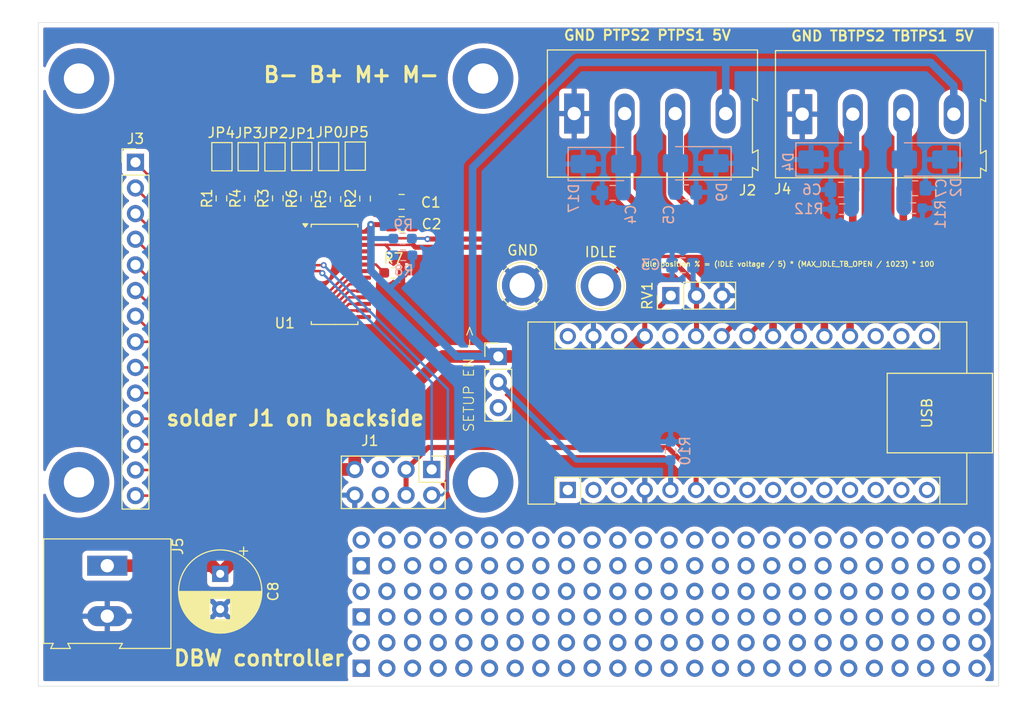
<source format=kicad_pcb>
(kicad_pcb (version 20240108) (generator "pcbnew") (generator_version "8.0")
  (layers (0 "F.Cu" signal) (31 "B.Cu" signal) (34 "B.Paste" user) (35 "F.Paste" user) (36 "B.SilkS" user "B.Silkscreen") (37 "F.SilkS" user "F.Silkscreen") (38 "B.Mask" user) (39 "F.Mask" user) (44 "Edge.Cuts" user))
  (net 0 "")
  (net 21 "GND")
  (net 22 "VDD")
  (net 23 "SDA")
  (net 24 "Net-(A1-A6)")
  (net 25 "PTPS1")
  (net 26 "SCL")
  (net 27 "TBTPS1")
  (net 28 "PTPS2")
  (net 29 "TBTPS2")
  (net 30 "L_EN")
  (net 31 "Net-(A1-D2)")
  (net 32 "L_PWM")
  (net 33 "PWM1")
  (net 34 "PWM7")
  (net 35 "PWM13")
  (net 36 "PWM2")
  (net 37 "PWM9")
  (net 38 "PWM5")
  (net 39 "PWM8")
  (net 40 "PWM3")
  (net 41 "PWM10")
  (net 42 "PWM14")
  (net 43 "PWM15")
  (net 44 "PWM12")
  (net 45 "PWM11")
  (net 46 "PWM4")
  (net 47 "PWM6")
  (net 48 "Net-(JP0-B)")
  (net 49 "Net-(JP1-B)")
  (net 50 "Net-(JP2-B)")
  (net 51 "Net-(JP3-B)")
  (net 52 "Net-(JP4-B)")
  (net 53 "Net-(JP5-B)")
  (net 54 "Net-(U1-~{OE})")
  (footprint "Jumper:SolderJumper-2_P1.3mm_Open_TrianglePad1.0x1.5mm" (layer "F.Cu") (at 22.06 7.715 -90)
    (property "Reference" "JP1")
    (property "Value" "SolderJumper_2_Open")
  )
  (footprint "Jumper:SolderJumper-2_P1.3mm_Open_TrianglePad1.0x1.5mm" (layer "F.Cu") (at 24.71 7.725 -90)
    (property "Reference" "JP0")
    (property "Value" "SolderJumper_2_Open")
  )
  (footprint "Connector_PinHeader_2.54mm:PinHeader_2x25_P2.54mm_Vertical" (layer "F.Cu") (at 27.94 58.42 90)
    (property "Reference" "J6" (hide yes))
    (property "Value" "Conn_02x25_Odd_Even" (hide yes))
  )
  (footprint "MountingHole:MountingHole_3mm_Pad" (layer "F.Cu") (at 0 40)
    (property "Reference" "REF**" (hide yes))
    (property "Value" "MountingHole_3mm_Pad" (hide yes))
  )
  (footprint "Connector_PinHeader_2.54mm:PinHeader_2x25_P2.54mm_Vertical" (layer "F.Cu") (at 27.94 53.34 90)
    (property "Reference" "J7" (hide yes))
    (property "Value" "Conn_02x25_Odd_Even" (hide yes))
  )
  (footprint "Connector_PinHeader_2.54mm:PinHeader_2x04_P2.54mm_Vertical" (layer "F.Cu") (at 34.92 38.73 -90)
    (property "Reference" "J1")
    (property "Value" "BTS7960 module")
  )
  (footprint "Capacitor_SMD:C_0805_2012Metric_Pad1.18x1.45mm_HandSolder" (layer "F.Cu") (at 31.94 12.22)
    (property "Reference" "C1")
    (property "Value" "10uF")
  )
  (footprint "Resistor_SMD:R_0603_1608Metric_Pad0.98x0.95mm_HandSolder" (layer "F.Cu") (at 31.1275 19.25)
    (property "Reference" "R7")
    (property "Value" "10k")
  )
  (footprint "MountingHole:MountingHole_3mm_Pad" (layer "F.Cu") (at 40 0)
    (property "Reference" "REF**" (hide yes))
    (property "Value" "MountingHole_3mm_Pad" (hide yes))
  )
  (footprint "Connector_PinHeader_2.54mm:PinHeader_1x03_P2.54mm_Vertical" (layer "F.Cu") (at 58.59 21.51 90)
    (property "Reference" "RV1")
    (property "Value" "R_Potentiometer_Trim")
  )
  (footprint "Capacitor_THT:CP_Radial_D8.0mm_P3.50mm" (layer "F.Cu") (at 13.98 49.067349 -90)
    (property "Reference" "C8")
    (property "Value" "470uF")
  )
  (footprint "Jumper:SolderJumper-2_P1.3mm_Open_TrianglePad1.0x1.5mm" (layer "F.Cu") (at 27.35 7.685 -90)
    (property "Reference" "JP5")
    (property "Value" "SolderJumper_2_Open")
  )
  (footprint "TerminalBlock:TerminalBlock_Altech_AK300-2_P5.00mm" (layer "F.Cu") (at 2.8 48.26 -90)
    (property "Reference" "J5")
    (property "Value" "5V")
  )
  (footprint "Resistor_SMD:R_0603_1608Metric_Pad0.98x0.95mm_HandSolder" (layer "F.Cu") (at 14.1 11.8725 90)
    (property "Reference" "R1")
    (property "Value" "10k")
  )
  (footprint "Jumper:SolderJumper-2_P1.3mm_Open_TrianglePad1.0x1.5mm" (layer "F.Cu") (at 14.15 7.745 -90)
    (property "Reference" "JP4")
    (property "Value" "SolderJumper_2_Open")
  )
  (footprint "Jumper:SolderJumper-2_P1.3mm_Open_TrianglePad1.0x1.5mm" (layer "F.Cu") (at 19.4 7.755 -90)
    (property "Reference" "JP2")
    (property "Value" "SolderJumper_2_Open")
  )
  (footprint "Module:Arduino_Nano" (layer "F.Cu") (at 48.39 40.76 90)
    (property "Reference" "A1" (hide yes))
    (property "Value" "Arduino_Nano_Every")
  )
  (footprint "MountingHole:MountingHole_3mm_Pad" (layer "F.Cu") (at 40 40)
    (property "Reference" "REF**" (hide yes))
    (property "Value" "MountingHole_3mm_Pad" (hide yes))
  )
  (footprint "Jumper:SolderJumper-2_P1.3mm_Open_TrianglePad1.0x1.5mm" (layer "F.Cu") (at 16.75 7.745 -90)
    (property "Reference" "JP3")
    (property "Value" "SolderJumper_2_Open")
  )
  (footprint "Resistor_SMD:R_0603_1608Metric_Pad0.98x0.95mm_HandSolder" (layer "F.Cu") (at 28.32 11.8925 90)
    (property "Reference" "R2")
    (property "Value" "10k")
  )
  (footprint "Connector_PinHeader_2.54mm:PinHeader_2x25_P2.54mm_Vertical" (layer "F.Cu") (at 27.94 48.26 90)
    (property "Reference" "J10" (hide yes))
    (property "Value" "Conn_02x25_Odd_Even" (hide yes))
  )
  (footprint "MountingHole:MountingHole_3mm_Pad" (layer "F.Cu") (at 0 0)
    (property "Reference" "REF**" (hide yes))
    (property "Value" "MountingHole_3mm_Pad" (hide yes))
  )
  (footprint "Package_SO:TSSOP-28_4.4x9.7mm_P0.65mm" (layer "F.Cu") (at 25.3025 19.4)
    (property "Reference" "U1")
    (property "Value" "PCA9685PW")
  )
  (footprint "Capacitor_SMD:C_0805_2012Metric_Pad1.18x1.45mm_HandSolder" (layer "F.Cu") (at 31.94 14.42)
    (property "Reference" "C2")
    (property "Value" "100nF")
  )
  (footprint "TestPoint:TestPoint_Loop_D3.80mm_Drill2.5mm" (layer "F.Cu") (at 51.67 20.54)
    (property "Reference" "TP1" (hide yes))
    (property "Value" "IDLE")
  )
  (footprint "TestPoint:TestPoint_Loop_D3.80mm_Drill2.5mm" (layer "F.Cu") (at 43.87 20.49)
    (property "Reference" "TP2" (hide yes))
    (property "Value" "GND")
  )
  (footprint "Resistor_SMD:R_0603_1608Metric_Pad0.98x0.95mm_HandSolder" (layer "F.Cu") (at 22.49 11.9025 90)
    (property "Reference" "R6")
    (property "Value" "10k")
  )
  (footprint "Resistor_SMD:R_0603_1608Metric_Pad0.98x0.95mm_HandSolder" (layer "F.Cu") (at 19.68 11.8725 90)
    (property "Reference" "R3")
    (property "Value" "10k")
  )
  (footprint "Resistor_SMD:R_0603_1608Metric_Pad0.98x0.95mm_HandSolder" (layer "F.Cu") (at 25.39 11.9525 90)
    (property "Reference" "R5")
    (property "Value" "10k")
  )
  (footprint "Connector_PinHeader_2.54mm:PinHeader_1x03_P2.54mm_Vertical" (layer "F.Cu") (at 41.51 27.53)
    (property "Reference" "SW2" (hide yes))
    (property "Value" "SW_SPDT")
  )
  (footprint "Connector_PinHeader_2.54mm:PinHeader_1x14_P2.54mm_Vertical" (layer "F.Cu") (at 5.59 8.3)
    (property "Reference" "J3")
    (property "Value" "Conn_01x14")
  )
  (footprint "TerminalBlock:TerminalBlock_Altech_AK300-4_P5.00mm" (layer "F.Cu") (at 71.6 3.53)
    (property "Reference" "J4")
    (property "Value" "TB TPS")
  )
  (footprint "TerminalBlock:TerminalBlock_Altech_AK300-4_P5.00mm" (layer "F.Cu") (at 49.02 3.47)
    (property "Reference" "J2")
    (property "Value" "e-Throttle")
  )
  (footprint "Resistor_SMD:R_0603_1608Metric_Pad0.98x0.95mm_HandSolder" (layer "F.Cu") (at 16.92 11.8725 90)
    (property "Reference" "R4")
    (property "Value" "10k")
  )
  (footprint "Diode_SMD:D_SMA" (layer "B.Cu") (at 51.93 8.47)
    (property "Reference" "D17")
    (property "Value" "SMAJ5.0CA")
  )
  (footprint "Resistor_SMD:R_0603_1608Metric_Pad0.98x0.95mm_HandSolder" (layer "B.Cu") (at 32.0375 15.85)
    (property "Reference" "R9")
    (property "Value" "10k")
  )
  (footprint "Diode_SMD:D_SMA" (layer "B.Cu") (at 61.05 8.4 180)
    (property "Reference" "D9")
    (property "Value" "SMAJ5.0CA")
  )
  (footprint "Resistor_SMD:R_0603_1608Metric_Pad0.98x0.95mm_HandSolder" (layer "B.Cu") (at 32.09 17.505 180)
    (property "Reference" "R8")
    (property "Value" "10k")
  )
  (footprint "Capacitor_SMD:C_0805_2012Metric_Pad1.18x1.45mm_HandSolder" (layer "B.Cu") (at 82.7675 10.87)
    (property "Reference" "C7")
    (property "Value" "1nF")
  )
  (footprint "Capacitor_SMD:C_0805_2012Metric_Pad1.18x1.45mm_HandSolder" (layer "B.Cu") (at 75.4525 11.01 180)
    (property "Reference" "C6")
    (property "Value" "1nF")
  )
  (footprint "Diode_SMD:D_SMA" (layer "B.Cu") (at 74.48 8.02)
    (property "Reference" "D4")
    (property "Value" "SMAJ5.0CA")
  )
  (footprint "Capacitor_SMD:C_0805_2012Metric_Pad1.18x1.45mm_HandSolder" (layer "B.Cu") (at 52.8425 11.33 180)
    (property "Reference" "C4")
    (property "Value" "1nF")
  )
  (footprint "Resistor_SMD:R_0603_1608Metric_Pad0.98x0.95mm_HandSolder" (layer "B.Cu") (at 75.5475 12.94 180)
    (property "Reference" "R12")
    (property "Value" "10k")
  )
  (footprint "Diode_SMD:D_SMA" (layer "B.Cu") (at 83.71 8.02 180)
    (property "Reference" "D2")
    (property "Value" "SMAJ5.0CA")
  )
  (footprint "Capacitor_SMD:C_0805_2012Metric_Pad1.18x1.45mm_HandSolder" (layer "B.Cu") (at 60.0675 11.27)
    (property "Reference" "C5")
    (property "Value" "1nF")
  )
  (footprint "Capacitor_SMD:C_0805_2012Metric_Pad1.18x1.45mm_HandSolder" (layer "B.Cu") (at 59.76 18.5 180)
    (property "Reference" "C3")
    (property "Value" "1nF")
  )
  (footprint "Resistor_SMD:R_0603_1608Metric_Pad0.98x0.95mm_HandSolder" (layer "B.Cu") (at 82.5825 12.84)
    (property "Reference" "R11")
    (property "Value" "10k")
  )
  (footprint "Resistor_SMD:R_0603_1608Metric_Pad0.98x0.95mm_HandSolder" (layer "B.Cu") (at 58.57 36.8875 90)
    (property "Reference" "R10")
    (property "Value" "10k")
  )
  (gr_rect (start -4.03 -5.55) (end 91.05 60.19) (stroke (width 0.05)) (fill none) (layer "Edge.Cuts"))
  (gr_text "GND TBTPS2 TBTPS1 5V" (at 70.4 -3.63 0) (layer "F.SilkS") (effects (font (size 1 1) (thickness 0.2) (bold yes)) (justify left bottom)))
  (gr_text "Idle position % = (IDLE voltage / 5) * (MAX_IDLE_TB_OPEN / 1023) * 100" (at 55.74 18.67 0) (layer "F.SilkS") (effects (font (size 0.5 0.5) (thickness 0.1)) (justify left bottom)))
  (gr_text "GND PTPS2 PTPS1 5V" (at 47.9 -3.7 0) (layer "F.SilkS") (effects (font (size 1 1) (thickness 0.2) (bold yes)) (justify left bottom)))
  (gr_text "B- B+ M+ M-" (at 18.11 0.5 0) (layer "F.SilkS") (effects (font (size 1.5 1.5) (thickness 0.3) (bold yes)) (justify left bottom)))
  (gr_text "solder J1 on backside" (at 8.49 34.53 0) (layer "F.SilkS") (effects (font (size 1.5 1.5) (thickness 0.3) (bold yes)) (justify left bottom)))
  (gr_text "SETUP EN ->" (at 39.18 35.1 90) (layer "F.SilkS") (effects (font (size 1 1) (thickness 0.1)) (justify left bottom)))
  (gr_text "DBW controller" (at 9.23 58.3 0) (layer "F.SilkS") (effects (font (size 1.5 1.5) (thickness 0.3) (bold yes)) (justify left bottom)))
  (segment (start 28.165 15.175) (end 28.195 15.175) (width 0.25) (layer "F.Cu") (net 22))
  (segment (start 27.3 38.73) (end 27.3 36.26) (width 1.25) (layer "F.Cu") (net 22))
  (segment (start 13.172651 48.26) (end 13.98 49.067349) (width 1.25) (layer "F.Cu") (net 22))
  (segment (start 28.195 15.175) (end 28.9 14.47) (width 0.25) (layer "F.Cu") (net 22))
  (segment (start 13.98 49.067349) (end 24.317349 38.73) (width 1.25) (layer "F.Cu") (net 22))
  (segment (start 30.9025 12.22) (end 30.9025 9.0625) (width 0.5) (layer "F.Cu") (net 22))
  (segment (start 30.9025 9.0625) (end 28.8 6.96) (width 0.5) (layer "F.Cu") (net 22))
  (segment (start 27.29 7.02) (end 27.35 6.96) (width 0.25) (layer "F.Cu") (net 22))
  (segment (start 27.3 36.26) (end 36.03 27.53) (width 1.25) (layer "F.Cu") (net 22))
  (segment (start 30.8525 14.47) (end 30.9025 14.42) (width 0.5) (layer "F.Cu") (net 22))
  (segment (start 56.01 25.52) (end 56.01 24.09) (width 0.5) (layer "F.Cu") (net 22))
  (segment (start 56.01 25.52) (end 54 27.53) (width 1.25) (layer "F.Cu") (net 22))
  (segment (start 54 27.53) (end 41.51 27.53) (width 1.25) (layer "F.Cu") (net 22))
  (segment (start 36.03 27.53) (end 41.51 27.53) (width 1.25) (layer "F.Cu") (net 22))
  (segment (start 30.9025 14.42) (end 30.9025 12.22) (width 0.5) (layer "F.Cu") (net 22))
  (segment (start 56.01 24.09) (end 58.59 21.51) (width 0.5) (layer "F.Cu") (net 22))
  (segment (start 28.8 6.96) (end 27.35 6.96) (width 0.5) (layer "F.Cu") (net 22))
  (segment (start 2.8 48.26) (end 13.172651 48.26) (width 1.25) (layer "F.Cu") (net 22))
  (segment (start 24.317349 38.73) (end 27.3 38.73) (width 1.25) (layer "F.Cu") (net 22))
  (segment (start 14.15 7.02) (end 27.29 7.02) (width 0.25) (layer "F.Cu") (net 22))
  (segment (start 28.9 14.47) (end 28.87 14.47) (width 0.5) (layer "F.Cu") (net 22))
  (segment (start 28.9 14.47) (end 30.8525 14.47) (width 0.5) (layer "F.Cu") (net 22))
  (via (at 28.9 14.47) (size 0.6) (drill 0.3) (layers "F.Cu" "B.Cu") (net 22))
  (segment (start 84.31 -1.6) (end 86.6 0.69) (width 0.75) (layer "B.Cu") (net 22))
  (segment (start 33.0025 18.5675) (end 30.71 20.86) (width 0.5) (layer "B.Cu") (net 22))
  (segment (start 37.38 27.53) (end 30.71 20.86) (width 0.75) (layer "B.Cu") (net 22))
  (segment (start 30.71 20.86) (end 28.9 19.05) (width 0.75) (layer "B.Cu") (net 22))
  (segment (start 28.9 19.05) (end 28.9 15.84) (width 0.75) (layer "B.Cu") (net 22))
  (segment (start 28.9 15.84) (end 28.9 14.47) (width 0.75) (layer "B.Cu") (net 22))
  (segment (start 41.51 27.53) (end 40.83 27.53) (width 0.75) (layer "B.Cu") (net 22))
  (segment (start 41.51 27.53) (end 37.38 27.53) (width 0.75) (layer "B.Cu") (net 22))
  (segment (start 28.91 15.85) (end 28.9 15.84) (width 0.5) (layer "B.Cu") (net 22))
  (segment (start 40.83 27.53) (end 38.97 25.67) (width 0.75) (layer "B.Cu") (net 22))
  (segment (start 38.97 25.67) (end 38.97 8.81) (width 0.75) (layer "B.Cu") (net 22))
  (segment (start 64.02 3.47) (end 64.02 -1.57) (width 0.75) (layer "B.Cu") (net 22))
  (segment (start 33.0025 17.505) (end 33.0025 18.5675) (width 0.5) (layer "B.Cu") (net 22))
  (segment (start 64.02 -1.57) (end 63.99 -1.6) (width 0.75) (layer "B.Cu") (net 22))
  (segment (start 49.38 -1.6) (end 63.99 -1.6) (width 0.75) (layer "B.Cu") (net 22))
  (segment (start 38.97 8.81) (end 49.38 -1.6) (width 0.75) (layer "B.Cu") (net 22))
  (segment (start 31.125 15.85) (end 28.91 15.85) (width 0.5) (layer "B.Cu") (net 22))
  (segment (start 63.99 -1.6) (end 84.31 -1.6) (width 0.75) (layer "B.Cu") (net 22))
  (segment (start 86.6 0.69) (end 86.6 3.53) (width 0.75) (layer "B.Cu") (net 22))
  (segment (start 34.425 15.825) (end 28.165 15.825) (width 0.25) (layer "F.Cu") (net 23))
  (segment (start 66.17 25.52) (end 67.14 24.55) (width 0.5) (layer "F.Cu") (net 23))
  (segment (start 34.5 15.9) (end 34.425 15.825) (width 0.25) (layer "F.Cu") (net 23))
  (segment (start 67.14 20.14) (end 62.9 15.9) (width 0.5) (layer "F.Cu") (net 23))
  (segment (start 67.14 24.55) (end 67.14 20.14) (width 0.5) (layer "F.Cu") (net 23))
  (segment (start 62.9 15.9) (end 34.5 15.9) (width 0.5) (layer "F.Cu") (net 23))
  (via (at 34.5 15.9) (size 0.6) (drill 0.3) (layers "F.Cu" "B.Cu") (net 23))
  (segment (start 32.95 15.85) (end 34.45 15.85) (width 0.25) (layer "B.Cu") (net 23))
  (segment (start 34.45 15.85) (end 34.5 15.9) (width 0.25) (layer "B.Cu") (net 23))
  (segment (start 53.67 18.54) (end 51.67 20.54) (width 0.5) (layer "F.Cu") (net 24))
  (segment (start 61.13 20.39) (end 59.28 18.54) (width 0.5) (layer "F.Cu") (net 24))
  (segment (start 61.13 21.51) (end 61.13 20.39) (width 0.5) (layer "F.Cu") (net 24))
  (segment (start 61.13 25.48) (end 61.09 25.52) (width 0.5) (layer "F.Cu") (net 24))
  (segment (start 61.13 21.51) (end 61.13 25.48) (width 0.5) (layer "F.Cu") (net 24))
  (segment (start 59.28 18.54) (end 53.67 18.54) (width 0.5) (layer "F.Cu") (net 24))
  (segment (start 61.2425 25.6725) (end 61.09 25.52) (width 0.5) (layer "B.Cu") (net 24))
  (segment (start 60.7975 18.5) (end 60.7975 21.1775) (width 0.5) (layer "B.Cu") (net 24))
  (segment (start 61.14 25.57) (end 61.09 25.52) (width 0.5) (layer "B.Cu") (net 24))
  (segment (start 60.7975 21.1775) (end 61.13 21.51) (width 0.5) (layer "B.Cu") (net 24))
  (segment (start 61.08 13.46) (end 59.02 11.4) (width 0.75) (layer "F.Cu") (net 25))
  (segment (start 64.393502 13.46) (end 61.08 13.46) (width 0.75) (layer "F.Cu") (net 25))
  (segment (start 71.25 25.52) (end 71.25 20.316498) (width 0.75) (layer "F.Cu") (net 25))
  (segment (start 59.02 11.4) (end 59.02 3.47) (width 0.75) (layer "F.Cu") (net 25))
  (segment (start 71.25 20.316498) (end 64.393502 13.46) (width 0.75) (layer "F.Cu") (net 25))
  (segment (start 59.03 11.27) (end 59.03 8.42) (width 1.5) (layer "B.Cu") (net 25))
  (segment (start 59.05 8.4) (end 59.05 3.5) (width 1.5) (layer "B.Cu") (net 25))
  (segment (start 59.03 8.42) (end 59.05 8.4) (width 1.5) (layer "B.Cu") (net 25))
  (segment (start 59.05 3.5) (end 59.02 3.47) (width 1.5) (layer "B.Cu") (net 25))
  (segment (start 30.31 16.475) (end 28.165 16.475) (width 0.25) (layer "F.Cu") (net 26))
  (segment (start 33.065 16.475) (end 30.31 16.475) (width 0.25) (layer "F.Cu") (net 26))
  (segment (start 63.63 25.52) (end 65.99 23.16) (width 0.5) (layer "F.Cu") (net 26))
  (segment (start 65.99 23.16) (end 65.99 19.97995) (width 0.5) (layer "F.Cu") (net 26))
  (segment (start 65.99 19.97995) (end 62.72005 16.71) (width 0.5) (layer "F.Cu") (net 26))
  (segment (start 30.7 16.865) (end 30.31 16.475) (width 0.25) (layer "F.Cu") (net 26))
  (segment (start 33.3 16.71) (end 33.11 16.52) (width 0.5) (layer "F.Cu") (net 26))
  (segment (start 62.72005 16.71) (end 33.3 16.71) (width 0.5) (layer "F.Cu") (net 26))
  (segment (start 30.7 17.29) (end 30.7 16.865) (width 0.25) (layer "F.Cu") (net 26))
  (segment (start 33.11 16.52) (end 33.065 16.475) (width 0.25) (layer "F.Cu") (net 26))
  (via (at 30.7 17.29) (size 0.6) (drill 0.3) (layers "F.Cu" "B.Cu") (net 26))
  (segment (start 31.1775 17.505) (end 30.915 17.505) (width 0.25) (layer "B.Cu") (net 26))
  (segment (start 30.915 17.505) (end 30.7 17.29) (width 0.25) (layer "B.Cu") (net 26))
  (segment (start 76.33 25.52) (end 76.33 20.23) (width 0.75) (layer "F.Cu") (net 27))
  (segment (start 76.33 20.23) (end 81.6 14.96) (width 0.75) (layer "F.Cu") (net 27))
  (segment (start 81.6 14.96) (end 81.6 3.53) (width 0.75) (layer "F.Cu") (net 27))
  (segment (start 81.73 8.04) (end 81.71 8.02) (width 1.5) (layer "B.Cu") (net 27))
  (segment (start 81.71 8.02) (end 81.71 3.64) (width 1.5) (layer "B.Cu") (net 27))
  (segment (start 81.67 10.93) (end 81.73 10.87) (width 1.5) (layer "B.Cu") (net 27))
  (segment (start 81.73 10.87) (end 81.73 8.04) (width 1.5) (layer "B.Cu") (net 27))
  (segment (start 81.71 3.64) (end 81.6 3.53) (width 1.5) (layer "B.Cu") (net 27))
  (segment (start 81.67 12.84) (end 81.67 10.93) (width 1.5) (layer "B.Cu") (net 27))
  (segment (start 54.02 11.3) (end 57.13 14.41) (width 0.75) (layer "F.Cu") (net 28))
  (segment (start 57.13 14.41) (end 64 14.41) (width 0.75) (layer "F.Cu") (net 28))
  (segment (start 54.02 3.47) (end 54.02 11.3) (width 0.75) (layer "F.Cu") (net 28))
  (segment (start 64 14.41) (end 68.71 19.12) (width 0.75) (layer "F.Cu") (net 28))
  (segment (start 68.71 19.12) (end 68.71 25.52) (width 0.75) (layer "F.Cu") (net 28))
  (segment (start 53.93 8.47) (end 53.93 3.56) (width 1.5) (layer "B.Cu") (net 28))
  (segment (start 53.93 3.56) (end 54.02 3.47) (width 1.5) (layer "B.Cu") (net 28))
  (segment (start 53.88 8.52) (end 53.93 8.47) (width 1.5) (layer "B.Cu") (net 28))
  (segment (start 53.88 11.33) (end 53.88 8.52) (width 1.5) (layer "B.Cu") (net 28))
  (segment (start 73.79 18.32) (end 76.6 15.51) (width 0.75) (layer "F.Cu") (net 29))
  (segment (start 76.6 15.51) (end 76.6 3.53) (width 0.75) (layer "F.Cu") (net 29))
  (segment (start 73.79 25.52) (end 73.79 18.32) (width 0.75) (layer "F.Cu") (net 29))
  (segment (start 76.49 8.03) (end 76.48 8.02) (width 1.5) (layer "B.Cu") (net 29))
  (segment (start 76.46 11.04) (end 76.49 11.01) (width 1.5) (layer "B.Cu") (net 29))
  (segment (start 76.49 11.01) (end 76.49 8.03) (width 1.5) (layer "B.Cu") (net 29))
  (segment (start 76.48 3.65) (end 76.6 3.53) (width 1.5) (layer "B.Cu") (net 29))
  (segment (start 76.48 8.02) (end 76.48 3.65) (width 1.5) (layer "B.Cu") (net 29))
  (segment (start 76.46 12.94) (end 76.46 11.04) (width 1.5) (layer "B.Cu") (net 29))
  (segment (start 61.09 39.34) (end 61.09 40.76) (width 0.5) (layer "F.Cu") (net 30))
  (segment (start 32.38 38.73) (end 32.38 41.27) (width 0.5) (layer "F.Cu") (net 30))
  (segment (start 32.38 38.73) (end 34.56 36.55) (width 0.5) (layer "F.Cu") (net 30))
  (segment (start 34.56 36.55) (end 58.3 36.55) (width 0.5) (layer "F.Cu") (net 30))
  (segment (start 58.3 36.55) (end 61.09 39.34) (width 0.5) (layer "F.Cu") (net 30))
  (segment (start 58.57 37.8) (end 58.57 40.74) (width 0.5) (layer "B.Cu") (net 31))
  (segment (start 58.57 40.74) (end 58.55 40.76) (width 0.5) (layer "B.Cu") (net 31))
  (segment (start 58.57 37.8) (end 49.24 37.8) (width 0.5) (layer "B.Cu") (net 31))
  (segment (start 49.24 37.8) (end 41.51 30.07) (width 0.5) (layer "B.Cu") (net 31))
  (segment (start 22.505883 18.490883) (end 22.44 18.425) (width 0.25) (layer "F.Cu") (net 32))
  (segment (start 24.22152 18.490883) (end 22.505883 18.490883) (width 0.25) (layer "F.Cu") (net 32))
  (via (at 24.22152 18.490883) (size 0.6) (drill 0.3) (layers "F.Cu" "B.Cu") (net 32))
  (segment (start 36.52 30.789363) (end 24.22152 18.490883) (width 0.25) (layer "B.Cu") (net 32))
  (segment (start 34.92 41.27) (end 35.95 41.27) (width 0.25) (layer "B.Cu") (net 32))
  (segment (start 36.52 40.7) (end 36.52 30.789363) (width 0.25) (layer "B.Cu") (net 32))
  (segment (start 35.95 41.27) (end 36.52 40.7) (width 0.25) (layer "B.Cu") (net 32))
  (segment (start 23.885 19.075) (end 22.44 19.075) (width 0.25) (layer "F.Cu") (net 33))
  (segment (start 24.09 19.28) (end 23.885 19.075) (width 0.25) (layer "F.Cu") (net 33))
  (via (at 24.09 19.28) (size 0.6) (drill 0.3) (layers "F.Cu" "B.Cu") (net 33))
  (segment (start 34.92 38.73) (end 34.92 30.11) (width 0.25) (layer "B.Cu") (net 33))
  (segment (start 34.92 30.11) (end 24.09 19.28) (width 0.25) (layer "B.Cu") (net 33))
  (segment (start 7.565 22.975) (end 5.59 21) (width 0.25) (layer "F.Cu") (net 34))
  (segment (start 22.44 22.975) (end 7.565 22.975) (width 0.25) (layer "F.Cu") (net 34))
  (segment (start 24.7 22.442792) (end 24.7 24.646396) (width 0.25) (layer "F.Cu") (net 35))
  (segment (start 26.767792 20.375) (end 24.7 22.442792) (width 0.25) (layer "F.Cu") (net 35))
  (segment (start 24.7 24.646396) (end 20.726396 28.62) (width 0.25) (layer "F.Cu") (net 35))
  (segment (start 20.726396 28.62) (end 5.59 28.62) (width 0.25) (layer "F.Cu") (net 35))
  (segment (start 28.165 20.375) (end 26.767792 20.375) (width 0.25) (layer "F.Cu") (net 35))
  (segment (start 17.015 19.725) (end 5.59 8.3) (width 0.25) (layer "F.Cu") (net 36))
  (segment (start 22.44 19.725) (end 17.015 19.725) (width 0.25) (layer "F.Cu") (net 36))
  (segment (start 5.59 38.78) (end 13.11198 38.78) (width 0.25) (layer "F.Cu") (net 37))
  (segment (start 13.11198 38.78) (end 26.5 25.39198) (width 0.25) (layer "F.Cu") (net 37))
  (segment (start 26.713376 22.975) (end 28.165 22.975) (width 0.25) (layer "F.Cu") (net 37))
  (segment (start 26.5 25.39198) (end 26.5 23.188376) (width 0.25) (layer "F.Cu") (net 37))
  (segment (start 26.5 23.188376) (end 26.713376 22.975) (width 0.25) (layer "F.Cu") (net 37))
  (segment (start 11.345 21.675) (end 5.59 15.92) (width 0.25) (layer "F.Cu") (net 38))
  (segment (start 22.44 21.675) (end 11.345 21.675) (width 0.25) (layer "F.Cu") (net 38))
  (segment (start 26.95 25.578376) (end 11.208376 41.32) (width 0.25) (layer "F.Cu") (net 39))
  (segment (start 27.285 23.625) (end 26.95 23.96) (width 0.25) (layer "F.Cu") (net 39))
  (segment (start 26.95 23.96) (end 26.95 25.578376) (width 0.25) (layer "F.Cu") (net 39))
  (segment (start 28.165 23.625) (end 27.285 23.625) (width 0.25) (layer "F.Cu") (net 39))
  (segment (start 11.208376 41.32) (end 5.59 41.32) (width 0.25) (layer "F.Cu") (net 39))
  (segment (start 22.44 20.375) (end 15.125 20.375) (width 0.25) (layer "F.Cu") (net 40))
  (segment (start 15.125 20.375) (end 5.59 10.84) (width 0.25) (layer "F.Cu") (net 40))
  (segment (start 26.05 25.205584) (end 15.015584 36.24) (width 0.25) (layer "F.Cu") (net 41))
  (segment (start 26.72698 22.325) (end 26.05 23.00198) (width 0.25) (layer "F.Cu") (net 41))
  (segment (start 26.05 23.00198) (end 26.05 25.205584) (width 0.25) (layer "F.Cu") (net 41))
  (segment (start 15.015584 36.24) (end 5.59 36.24) (width 0.25) (layer "F.Cu") (net 41))
  (segment (start 28.165 22.325) (end 26.72698 22.325) (width 0.25) (layer "F.Cu") (net 41))
  (segment (start 26.781396 19.725) (end 24.25 22.256396) (width 0.25) (layer "F.Cu") (net 42))
  (segment (start 22.63 26.08) (end 5.59 26.08) (width 0.25) (layer "F.Cu") (net 42))
  (segment (start 28.165 19.725) (end 26.781396 19.725) (width 0.25) (layer "F.Cu") (net 42))
  (segment (start 24.25 22.256396) (end 24.25 24.46) (width 0.25) (layer "F.Cu") (net 42))
  (segment (start 24.25 24.46) (end 22.63 26.08) (width 0.25) (layer "F.Cu") (net 42))
  (segment (start 28.165 19.075) (end 26.795 19.075) (width 0.25) (layer "F.Cu") (net 43))
  (segment (start 23.07 24.93) (end 6.98 24.93) (width 0.25) (layer "F.Cu") (net 43))
  (segment (start 26.795 19.075) (end 23.8 22.07) (width 0.25) (layer "F.Cu") (net 43))
  (segment (start 23.8 24.2) (end 23.07 24.93) (width 0.25) (layer "F.Cu") (net 43))
  (segment (start 23.8 22.07) (end 23.8 24.2) (width 0.25) (layer "F.Cu") (net 43))
  (segment (start 6.98 24.93) (end 5.59 23.54) (width 0.25) (layer "F.Cu") (net 43))
  (segment (start 26.754188 21.025) (end 25.15 22.629188) (width 0.25) (layer "F.Cu") (net 44))
  (segment (start 18.822792 31.16) (end 5.59 31.16) (width 0.25) (layer "F.Cu") (net 44))
  (segment (start 25.15 24.832792) (end 18.822792 31.16) (width 0.25) (layer "F.Cu") (net 44))
  (segment (start 28.165 21.025) (end 26.754188 21.025) (width 0.25) (layer "F.Cu") (net 44))
  (segment (start 25.15 22.629188) (end 25.15 24.832792) (width 0.25) (layer "F.Cu") (net 44))
  (segment (start 16.919188 33.7) (end 5.59 33.7) (width 0.25) (layer "F.Cu") (net 45))
  (segment (start 28.165 21.675) (end 26.740584 21.675) (width 0.25) (layer "F.Cu") (net 45))
  (segment (start 25.6 25.019188) (end 16.919188 33.7) (width 0.25) (layer "F.Cu") (net 45))
  (segment (start 25.6 22.815584) (end 25.6 25.019188) (width 0.25) (layer "F.Cu") (net 45))
  (segment (start 26.740584 21.675) (end 25.6 22.815584) (width 0.25) (layer "F.Cu") (net 45))
  (segment (start 13.235 21.025) (end 5.59 13.38) (width 0.25) (layer "F.Cu") (net 46))
  (segment (start 22.44 21.025) (end 13.235 21.025) (width 0.25) (layer "F.Cu") (net 46))
  (segment (start 22.44 22.325) (end 9.455 22.325) (width 0.25) (layer "F.Cu") (net 47))
  (segment (start 9.455 22.325) (end 5.59 18.46) (width 0.25) (layer "F.Cu") (net 47))
  (segment (start 25.39 12.865) (end 24.78 12.865) (width 0.25) (layer "F.Cu") (net 48))
  (segment (start 25.39 13.395) (end 25.39 12.865) (width 0.25) (layer "F.Cu") (net 48))
  (segment (start 24.78 12.865) (end 24.205 12.29) (width 0.25) (layer "F.Cu") (net 48))
  (segment (start 22.44 15.175) (end 23.61 15.175) (width 0.25) (layer "F.Cu") (net 48))
  (segment (start 24.205 12.29) (end 24.205 8.955) (width 0.25) (layer "F.Cu") (net 48))
  (segment (start 23.61 15.175) (end 25.39 13.395) (width 0.25) (layer "F.Cu") (net 48))
  (segment (start 24.205 8.955) (end 24.71 8.45) (width 0.25) (layer "F.Cu") (net 48))
  (segment (start 22.44 15.825) (end 21.702501 15.825) (width 0.25) (layer "F.Cu") (net 49))
  (segment (start 21.23 15.352499) (end 21.23 14.075) (width 0.25) (layer "F.Cu") (net 49))
  (segment (start 21.23 14.075) (end 22.49 12.815) (width 0.25) (layer "F.Cu") (net 49))
  (segment (start 21.555 11.88) (end 21.555 8.945) (width 0.25) (layer "F.Cu") (net 49))
  (segment (start 22.49 12.815) (end 21.555 11.88) (width 0.25) (layer "F.Cu") (net 49))
  (segment (start 21.555 8.945) (end 22.06 8.44) (width 0.25) (layer "F.Cu") (net 49))
  (segment (start 21.702501 15.825) (end 21.23 15.352499) (width 0.25) (layer "F.Cu") (net 49))
  (segment (start 19.68 12.785) (end 18.88 11.985) (width 0.25) (layer "F.Cu") (net 50))
  (segment (start 21.702501 16.475) (end 19.68 14.452499) (width 0.25) (layer "F.Cu") (net 50))
  (segment (start 18.88 11.985) (end 18.88 9) (width 0.25) (layer "F.Cu") (net 50))
  (segment (start 18.88 9) (end 19.4 8.48) (width 0.25) (layer "F.Cu") (net 50))
  (segment (start 19.68 14.452499) (end 19.68 12.785) (width 0.25) (layer "F.Cu") (net 50))
  (segment (start 22.44 16.475) (end 21.702501 16.475) (width 0.25) (layer "F.Cu") (net 50))
  (segment (start 15.94 9.28) (end 16.75 8.47) (width 0.25) (layer "F.Cu") (net 51))
  (segment (start 16.92 12.785) (end 15.94 11.805) (width 0.25) (layer "F.Cu") (net 51))
  (segment (start 15.94 11.805) (end 15.94 9.28) (width 0.25) (layer "F.Cu") (net 51))
  (segment (start 21.26 17.125) (end 16.92 12.785) (width 0.25) (layer "F.Cu") (net 51))
  (segment (start 22.44 17.125) (end 21.26 17.125) (width 0.25) (layer "F.Cu") (net 51))
  (segment (start 13.07 11.755) (end 13.07 9.55) (width 0.25) (layer "F.Cu") (net 52))
  (segment (start 22.44 17.775) (end 19.09 17.775) (width 0.25) (layer "F.Cu") (net 52))
  (segment (start 13.07 9.55) (end 14.15 8.47) (width 0.25) (layer "F.Cu") (net 52))
  (segment (start 19.09 17.775) (end 14.1 12.785) (width 0.25) (layer "F.Cu") (net 52))
  (segment (start 14.1 12.785) (end 13.07 11.755) (width 0.25) (layer "F.Cu") (net 52))
  (segment (start 26.47 16.771312) (end 26.47 14.655) (width 0.25) (layer "F.Cu") (net 53))
  (segment (start 27.35 12.195) (end 27.35 8.41) (width 0.25) (layer "F.Cu") (net 53))
  (segment (start 28.32 12.805) (end 27.96 12.805) (width 0.25) (layer "F.Cu") (net 53))
  (segment (start 28.165 17.775) (end 27.473688 17.775) (width 0.25) (layer "F.Cu") (net 53))
  (segment (start 26.47 14.655) (end 28.32 12.805) (width 0.25) (layer "F.Cu") (net 53))
  (segment (start 27.96 12.805) (end 27.35 12.195) (width 0.25) (layer "F.Cu") (net 53))
  (segment (start 27.473688 17.775) (end 26.47 16.771312) (width 0.25) (layer "F.Cu") (net 53))
  (segment (start 30.215 19.25) (end 29.39 18.425) (width 0.25) (layer "F.Cu") (net 54))
  (segment (start 29.39 18.425) (end 28.165 18.425) (width 0.25) (layer "F.Cu") (net 54))
  (zone (net 21) (net_name "GND") (layers "F&B.Cu") (connect_pads (clearance 0.5)) (min_thickness 0.25) (fill yes (thermal_gap 0.5) (thermal_bridge_width 0.5))
    (polygon (pts (xy 92.82 62.07) (xy 93.57 -7.78) (xy -5.94 -7.63) (xy -7.82 63.87)))
  )
)
</source>
